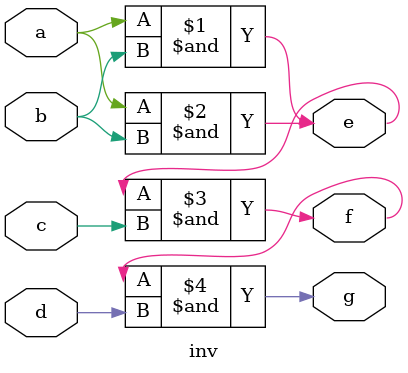
<source format=v>
`timescale 1ns / 1ps


module inv(
input a,b,c,d,
output e,f,g
);

assign e=a&b;
assign e=a&b;
assign f=e&c;
assign g=f&d;
endmodule

</source>
